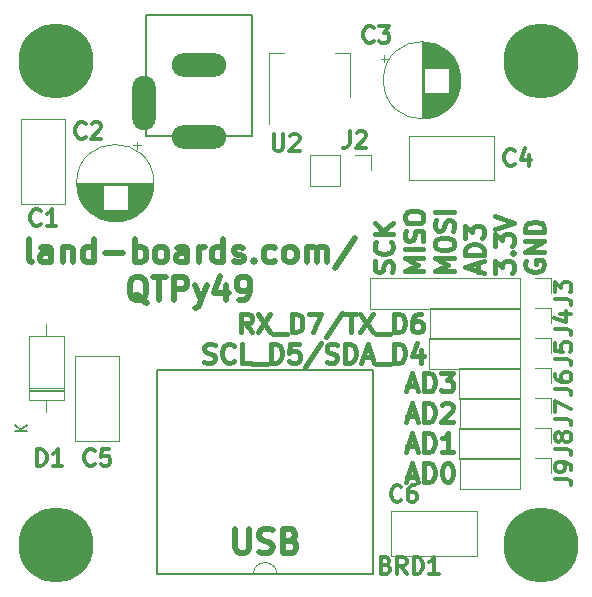
<source format=gto>
%TF.GenerationSoftware,KiCad,Pcbnew,(6.0.1)*%
%TF.CreationDate,2022-06-03T05:47:02-04:00*%
%TF.ProjectId,QTPy49,51545079-3439-42e6-9b69-6361645f7063,rev?*%
%TF.SameCoordinates,Original*%
%TF.FileFunction,Legend,Top*%
%TF.FilePolarity,Positive*%
%FSLAX46Y46*%
G04 Gerber Fmt 4.6, Leading zero omitted, Abs format (unit mm)*
G04 Created by KiCad (PCBNEW (6.0.1)) date 2022-06-03 05:47:02*
%MOMM*%
%LPD*%
G01*
G04 APERTURE LIST*
%ADD10C,0.396875*%
%ADD11C,0.500000*%
%ADD12C,0.349250*%
%ADD13C,0.150000*%
%ADD14C,0.120000*%
%ADD15C,0.200000*%
%ADD16C,6.350000*%
%ADD17O,4.600000X2.000000*%
%ADD18O,2.000000X4.600000*%
G04 APERTURE END LIST*
D10*
X33729603Y-31524253D02*
X34485555Y-31524253D01*
X33578412Y-31977824D02*
X34107579Y-30390324D01*
X34636746Y-31977824D01*
X35165912Y-31977824D02*
X35165912Y-30390324D01*
X35543889Y-30390324D01*
X35770674Y-30465920D01*
X35921865Y-30617110D01*
X35997460Y-30768300D01*
X36073055Y-31070681D01*
X36073055Y-31297467D01*
X35997460Y-31599848D01*
X35921865Y-31751039D01*
X35770674Y-31902229D01*
X35543889Y-31977824D01*
X35165912Y-31977824D01*
X36602222Y-30390324D02*
X37584960Y-30390324D01*
X37055793Y-30995086D01*
X37282579Y-30995086D01*
X37433770Y-31070681D01*
X37509365Y-31146277D01*
X37584960Y-31297467D01*
X37584960Y-31675443D01*
X37509365Y-31826634D01*
X37433770Y-31902229D01*
X37282579Y-31977824D01*
X36829008Y-31977824D01*
X36677817Y-31902229D01*
X36602222Y-31826634D01*
X33729603Y-34080128D02*
X34485555Y-34080128D01*
X33578412Y-34533699D02*
X34107579Y-32946199D01*
X34636746Y-34533699D01*
X35165912Y-34533699D02*
X35165912Y-32946199D01*
X35543889Y-32946199D01*
X35770674Y-33021795D01*
X35921865Y-33172985D01*
X35997460Y-33324175D01*
X36073055Y-33626556D01*
X36073055Y-33853342D01*
X35997460Y-34155723D01*
X35921865Y-34306914D01*
X35770674Y-34458104D01*
X35543889Y-34533699D01*
X35165912Y-34533699D01*
X36677817Y-33097390D02*
X36753412Y-33021795D01*
X36904603Y-32946199D01*
X37282579Y-32946199D01*
X37433770Y-33021795D01*
X37509365Y-33097390D01*
X37584960Y-33248580D01*
X37584960Y-33399771D01*
X37509365Y-33626556D01*
X36602222Y-34533699D01*
X37584960Y-34533699D01*
X33729603Y-36636003D02*
X34485555Y-36636003D01*
X33578412Y-37089574D02*
X34107579Y-35502074D01*
X34636746Y-37089574D01*
X35165912Y-37089574D02*
X35165912Y-35502074D01*
X35543889Y-35502074D01*
X35770674Y-35577670D01*
X35921865Y-35728860D01*
X35997460Y-35880050D01*
X36073055Y-36182431D01*
X36073055Y-36409217D01*
X35997460Y-36711598D01*
X35921865Y-36862789D01*
X35770674Y-37013979D01*
X35543889Y-37089574D01*
X35165912Y-37089574D01*
X37584960Y-37089574D02*
X36677817Y-37089574D01*
X37131389Y-37089574D02*
X37131389Y-35502074D01*
X36980198Y-35728860D01*
X36829008Y-35880050D01*
X36677817Y-35955646D01*
X33729603Y-39191878D02*
X34485555Y-39191878D01*
X33578412Y-39645449D02*
X34107579Y-38057949D01*
X34636746Y-39645449D01*
X35165912Y-39645449D02*
X35165912Y-38057949D01*
X35543889Y-38057949D01*
X35770674Y-38133545D01*
X35921865Y-38284735D01*
X35997460Y-38435925D01*
X36073055Y-38738306D01*
X36073055Y-38965092D01*
X35997460Y-39267473D01*
X35921865Y-39418664D01*
X35770674Y-39569854D01*
X35543889Y-39645449D01*
X35165912Y-39645449D01*
X37055793Y-38057949D02*
X37206984Y-38057949D01*
X37358174Y-38133545D01*
X37433770Y-38209140D01*
X37509365Y-38360330D01*
X37584960Y-38662711D01*
X37584960Y-39040687D01*
X37509365Y-39343068D01*
X37433770Y-39494259D01*
X37358174Y-39569854D01*
X37206984Y-39645449D01*
X37055793Y-39645449D01*
X36904603Y-39569854D01*
X36829008Y-39494259D01*
X36753412Y-39343068D01*
X36677817Y-39040687D01*
X36677817Y-38662711D01*
X36753412Y-38360330D01*
X36829008Y-38209140D01*
X36904603Y-38133545D01*
X37055793Y-38057949D01*
D11*
X1956329Y-21053243D02*
X1765853Y-20958005D01*
X1670615Y-20767529D01*
X1670615Y-19053243D01*
X3575377Y-21053243D02*
X3575377Y-20005624D01*
X3480139Y-19815148D01*
X3289662Y-19719910D01*
X2908710Y-19719910D01*
X2718234Y-19815148D01*
X3575377Y-20958005D02*
X3384901Y-21053243D01*
X2908710Y-21053243D01*
X2718234Y-20958005D01*
X2622996Y-20767529D01*
X2622996Y-20577053D01*
X2718234Y-20386577D01*
X2908710Y-20291339D01*
X3384901Y-20291339D01*
X3575377Y-20196101D01*
X4527758Y-19719910D02*
X4527758Y-21053243D01*
X4527758Y-19910386D02*
X4622996Y-19815148D01*
X4813472Y-19719910D01*
X5099186Y-19719910D01*
X5289662Y-19815148D01*
X5384901Y-20005624D01*
X5384901Y-21053243D01*
X7194424Y-21053243D02*
X7194424Y-19053243D01*
X7194424Y-20958005D02*
X7003948Y-21053243D01*
X6622996Y-21053243D01*
X6432520Y-20958005D01*
X6337281Y-20862767D01*
X6242043Y-20672291D01*
X6242043Y-20100862D01*
X6337281Y-19910386D01*
X6432520Y-19815148D01*
X6622996Y-19719910D01*
X7003948Y-19719910D01*
X7194424Y-19815148D01*
X8146805Y-20291339D02*
X9670615Y-20291339D01*
X10622996Y-21053243D02*
X10622996Y-19053243D01*
X10622996Y-19815148D02*
X10813472Y-19719910D01*
X11194424Y-19719910D01*
X11384901Y-19815148D01*
X11480139Y-19910386D01*
X11575377Y-20100862D01*
X11575377Y-20672291D01*
X11480139Y-20862767D01*
X11384901Y-20958005D01*
X11194424Y-21053243D01*
X10813472Y-21053243D01*
X10622996Y-20958005D01*
X12718234Y-21053243D02*
X12527758Y-20958005D01*
X12432520Y-20862767D01*
X12337281Y-20672291D01*
X12337281Y-20100862D01*
X12432520Y-19910386D01*
X12527758Y-19815148D01*
X12718234Y-19719910D01*
X13003948Y-19719910D01*
X13194424Y-19815148D01*
X13289662Y-19910386D01*
X13384901Y-20100862D01*
X13384901Y-20672291D01*
X13289662Y-20862767D01*
X13194424Y-20958005D01*
X13003948Y-21053243D01*
X12718234Y-21053243D01*
X15099186Y-21053243D02*
X15099186Y-20005624D01*
X15003948Y-19815148D01*
X14813472Y-19719910D01*
X14432520Y-19719910D01*
X14242043Y-19815148D01*
X15099186Y-20958005D02*
X14908710Y-21053243D01*
X14432520Y-21053243D01*
X14242043Y-20958005D01*
X14146805Y-20767529D01*
X14146805Y-20577053D01*
X14242043Y-20386577D01*
X14432520Y-20291339D01*
X14908710Y-20291339D01*
X15099186Y-20196101D01*
X16051567Y-21053243D02*
X16051567Y-19719910D01*
X16051567Y-20100862D02*
X16146805Y-19910386D01*
X16242043Y-19815148D01*
X16432520Y-19719910D01*
X16622996Y-19719910D01*
X18146805Y-21053243D02*
X18146805Y-19053243D01*
X18146805Y-20958005D02*
X17956329Y-21053243D01*
X17575377Y-21053243D01*
X17384901Y-20958005D01*
X17289662Y-20862767D01*
X17194424Y-20672291D01*
X17194424Y-20100862D01*
X17289662Y-19910386D01*
X17384901Y-19815148D01*
X17575377Y-19719910D01*
X17956329Y-19719910D01*
X18146805Y-19815148D01*
X19003948Y-20958005D02*
X19194424Y-21053243D01*
X19575377Y-21053243D01*
X19765853Y-20958005D01*
X19861091Y-20767529D01*
X19861091Y-20672291D01*
X19765853Y-20481815D01*
X19575377Y-20386577D01*
X19289662Y-20386577D01*
X19099186Y-20291339D01*
X19003948Y-20100862D01*
X19003948Y-20005624D01*
X19099186Y-19815148D01*
X19289662Y-19719910D01*
X19575377Y-19719910D01*
X19765853Y-19815148D01*
X20718234Y-20862767D02*
X20813472Y-20958005D01*
X20718234Y-21053243D01*
X20622996Y-20958005D01*
X20718234Y-20862767D01*
X20718234Y-21053243D01*
X22527758Y-20958005D02*
X22337281Y-21053243D01*
X21956329Y-21053243D01*
X21765853Y-20958005D01*
X21670615Y-20862767D01*
X21575377Y-20672291D01*
X21575377Y-20100862D01*
X21670615Y-19910386D01*
X21765853Y-19815148D01*
X21956329Y-19719910D01*
X22337281Y-19719910D01*
X22527758Y-19815148D01*
X23670615Y-21053243D02*
X23480139Y-20958005D01*
X23384901Y-20862767D01*
X23289662Y-20672291D01*
X23289662Y-20100862D01*
X23384901Y-19910386D01*
X23480139Y-19815148D01*
X23670615Y-19719910D01*
X23956329Y-19719910D01*
X24146805Y-19815148D01*
X24242043Y-19910386D01*
X24337281Y-20100862D01*
X24337281Y-20672291D01*
X24242043Y-20862767D01*
X24146805Y-20958005D01*
X23956329Y-21053243D01*
X23670615Y-21053243D01*
X25194424Y-21053243D02*
X25194424Y-19719910D01*
X25194424Y-19910386D02*
X25289662Y-19815148D01*
X25480139Y-19719910D01*
X25765853Y-19719910D01*
X25956329Y-19815148D01*
X26051567Y-20005624D01*
X26051567Y-21053243D01*
X26051567Y-20005624D02*
X26146805Y-19815148D01*
X26337281Y-19719910D01*
X26622996Y-19719910D01*
X26813472Y-19815148D01*
X26908710Y-20005624D01*
X26908710Y-21053243D01*
X29289662Y-18958005D02*
X27575377Y-21529434D01*
X11670615Y-24463720D02*
X11480139Y-24368482D01*
X11289662Y-24178005D01*
X11003948Y-23892291D01*
X10813472Y-23797053D01*
X10622996Y-23797053D01*
X10718234Y-24273243D02*
X10527758Y-24178005D01*
X10337281Y-23987529D01*
X10242043Y-23606577D01*
X10242043Y-22939910D01*
X10337281Y-22558958D01*
X10527758Y-22368482D01*
X10718234Y-22273243D01*
X11099186Y-22273243D01*
X11289662Y-22368482D01*
X11480139Y-22558958D01*
X11575377Y-22939910D01*
X11575377Y-23606577D01*
X11480139Y-23987529D01*
X11289662Y-24178005D01*
X11099186Y-24273243D01*
X10718234Y-24273243D01*
X12146805Y-22273243D02*
X13289662Y-22273243D01*
X12718234Y-24273243D02*
X12718234Y-22273243D01*
X13956329Y-24273243D02*
X13956329Y-22273243D01*
X14718234Y-22273243D01*
X14908710Y-22368482D01*
X15003948Y-22463720D01*
X15099186Y-22654196D01*
X15099186Y-22939910D01*
X15003948Y-23130386D01*
X14908710Y-23225624D01*
X14718234Y-23320862D01*
X13956329Y-23320862D01*
X15765853Y-22939910D02*
X16242043Y-24273243D01*
X16718234Y-22939910D02*
X16242043Y-24273243D01*
X16051567Y-24749434D01*
X15956329Y-24844672D01*
X15765853Y-24939910D01*
X18337282Y-22939910D02*
X18337282Y-24273243D01*
X17861091Y-22178005D02*
X17384901Y-23606577D01*
X18622996Y-23606577D01*
X19480139Y-24273243D02*
X19861091Y-24273243D01*
X20051567Y-24178005D01*
X20146805Y-24082767D01*
X20337282Y-23797053D01*
X20432520Y-23416101D01*
X20432520Y-22654196D01*
X20337282Y-22463720D01*
X20242043Y-22368482D01*
X20051567Y-22273243D01*
X19670615Y-22273243D01*
X19480139Y-22368482D01*
X19384901Y-22463720D01*
X19289662Y-22654196D01*
X19289662Y-23130386D01*
X19384901Y-23320862D01*
X19480139Y-23416101D01*
X19670615Y-23511339D01*
X20051567Y-23511339D01*
X20242043Y-23416101D01*
X20337282Y-23320862D01*
X20432520Y-23130386D01*
D10*
X32450154Y-21833132D02*
X32525749Y-21606346D01*
X32525749Y-21228370D01*
X32450154Y-21077179D01*
X32374559Y-21001584D01*
X32223368Y-20925989D01*
X32072178Y-20925989D01*
X31920987Y-21001584D01*
X31845392Y-21077179D01*
X31769797Y-21228370D01*
X31694202Y-21530751D01*
X31618606Y-21681941D01*
X31543011Y-21757537D01*
X31391821Y-21833132D01*
X31240630Y-21833132D01*
X31089440Y-21757537D01*
X31013845Y-21681941D01*
X30938249Y-21530751D01*
X30938249Y-21152775D01*
X31013845Y-20925989D01*
X32374559Y-19338489D02*
X32450154Y-19414084D01*
X32525749Y-19640870D01*
X32525749Y-19792060D01*
X32450154Y-20018846D01*
X32298964Y-20170037D01*
X32147773Y-20245632D01*
X31845392Y-20321227D01*
X31618606Y-20321227D01*
X31316225Y-20245632D01*
X31165035Y-20170037D01*
X31013845Y-20018846D01*
X30938249Y-19792060D01*
X30938249Y-19640870D01*
X31013845Y-19414084D01*
X31089440Y-19338489D01*
X32525749Y-18658132D02*
X30938249Y-18658132D01*
X32525749Y-17750989D02*
X31618606Y-18431346D01*
X30938249Y-17750989D02*
X31845392Y-18658132D01*
X35081624Y-21757537D02*
X33494124Y-21757537D01*
X34628053Y-21228370D01*
X33494124Y-20699203D01*
X35081624Y-20699203D01*
X35081624Y-19943251D02*
X33494124Y-19943251D01*
X35006029Y-19262894D02*
X35081624Y-19036108D01*
X35081624Y-18658132D01*
X35006029Y-18506941D01*
X34930434Y-18431346D01*
X34779243Y-18355751D01*
X34628053Y-18355751D01*
X34476862Y-18431346D01*
X34401267Y-18506941D01*
X34325672Y-18658132D01*
X34250077Y-18960513D01*
X34174481Y-19111703D01*
X34098886Y-19187298D01*
X33947696Y-19262894D01*
X33796505Y-19262894D01*
X33645315Y-19187298D01*
X33569720Y-19111703D01*
X33494124Y-18960513D01*
X33494124Y-18582537D01*
X33569720Y-18355751D01*
X33494124Y-17373013D02*
X33494124Y-17070632D01*
X33569720Y-16919441D01*
X33720910Y-16768251D01*
X34023291Y-16692656D01*
X34552458Y-16692656D01*
X34854839Y-16768251D01*
X35006029Y-16919441D01*
X35081624Y-17070632D01*
X35081624Y-17373013D01*
X35006029Y-17524203D01*
X34854839Y-17675394D01*
X34552458Y-17750989D01*
X34023291Y-17750989D01*
X33720910Y-17675394D01*
X33569720Y-17524203D01*
X33494124Y-17373013D01*
X37637499Y-21757537D02*
X36049999Y-21757537D01*
X37183928Y-21228370D01*
X36049999Y-20699203D01*
X37637499Y-20699203D01*
X36049999Y-19640870D02*
X36049999Y-19338489D01*
X36125595Y-19187298D01*
X36276785Y-19036108D01*
X36579166Y-18960513D01*
X37108333Y-18960513D01*
X37410714Y-19036108D01*
X37561904Y-19187298D01*
X37637499Y-19338489D01*
X37637499Y-19640870D01*
X37561904Y-19792060D01*
X37410714Y-19943251D01*
X37108333Y-20018846D01*
X36579166Y-20018846D01*
X36276785Y-19943251D01*
X36125595Y-19792060D01*
X36049999Y-19640870D01*
X37561904Y-18355751D02*
X37637499Y-18128965D01*
X37637499Y-17750989D01*
X37561904Y-17599798D01*
X37486309Y-17524203D01*
X37335118Y-17448608D01*
X37183928Y-17448608D01*
X37032737Y-17524203D01*
X36957142Y-17599798D01*
X36881547Y-17750989D01*
X36805952Y-18053370D01*
X36730356Y-18204560D01*
X36654761Y-18280156D01*
X36503571Y-18355751D01*
X36352380Y-18355751D01*
X36201190Y-18280156D01*
X36125595Y-18204560D01*
X36049999Y-18053370D01*
X36049999Y-17675394D01*
X36125595Y-17448608D01*
X37637499Y-16768251D02*
X36049999Y-16768251D01*
X39739803Y-21833132D02*
X39739803Y-21077179D01*
X40193374Y-21984322D02*
X38605874Y-21455156D01*
X40193374Y-20925989D01*
X40193374Y-20396822D02*
X38605874Y-20396822D01*
X38605874Y-20018846D01*
X38681470Y-19792060D01*
X38832660Y-19640870D01*
X38983850Y-19565275D01*
X39286231Y-19489679D01*
X39513017Y-19489679D01*
X39815398Y-19565275D01*
X39966589Y-19640870D01*
X40117779Y-19792060D01*
X40193374Y-20018846D01*
X40193374Y-20396822D01*
X38605874Y-18960513D02*
X38605874Y-17977775D01*
X39210636Y-18506941D01*
X39210636Y-18280156D01*
X39286231Y-18128965D01*
X39361827Y-18053370D01*
X39513017Y-17977775D01*
X39890993Y-17977775D01*
X40042184Y-18053370D01*
X40117779Y-18128965D01*
X40193374Y-18280156D01*
X40193374Y-18733727D01*
X40117779Y-18884918D01*
X40042184Y-18960513D01*
X41161749Y-21908727D02*
X41161749Y-20925989D01*
X41766511Y-21455156D01*
X41766511Y-21228370D01*
X41842106Y-21077179D01*
X41917702Y-21001584D01*
X42068892Y-20925989D01*
X42446868Y-20925989D01*
X42598059Y-21001584D01*
X42673654Y-21077179D01*
X42749249Y-21228370D01*
X42749249Y-21681941D01*
X42673654Y-21833132D01*
X42598059Y-21908727D01*
X42598059Y-20245632D02*
X42673654Y-20170037D01*
X42749249Y-20245632D01*
X42673654Y-20321227D01*
X42598059Y-20245632D01*
X42749249Y-20245632D01*
X41161749Y-19640870D02*
X41161749Y-18658132D01*
X41766511Y-19187298D01*
X41766511Y-18960513D01*
X41842106Y-18809322D01*
X41917702Y-18733727D01*
X42068892Y-18658132D01*
X42446868Y-18658132D01*
X42598059Y-18733727D01*
X42673654Y-18809322D01*
X42749249Y-18960513D01*
X42749249Y-19414084D01*
X42673654Y-19565275D01*
X42598059Y-19640870D01*
X41161749Y-18204560D02*
X42749249Y-17675394D01*
X41161749Y-17146227D01*
X43793220Y-20925989D02*
X43717624Y-21077179D01*
X43717624Y-21303965D01*
X43793220Y-21530751D01*
X43944410Y-21681941D01*
X44095600Y-21757537D01*
X44397981Y-21833132D01*
X44624767Y-21833132D01*
X44927148Y-21757537D01*
X45078339Y-21681941D01*
X45229529Y-21530751D01*
X45305124Y-21303965D01*
X45305124Y-21152775D01*
X45229529Y-20925989D01*
X45153934Y-20850394D01*
X44624767Y-20850394D01*
X44624767Y-21152775D01*
X45305124Y-20170037D02*
X43717624Y-20170037D01*
X45305124Y-19262894D01*
X43717624Y-19262894D01*
X45305124Y-18506941D02*
X43717624Y-18506941D01*
X43717624Y-18128965D01*
X43793220Y-17902179D01*
X43944410Y-17750989D01*
X44095600Y-17675394D01*
X44397981Y-17599798D01*
X44624767Y-17599798D01*
X44927148Y-17675394D01*
X45078339Y-17750989D01*
X45229529Y-17902179D01*
X45305124Y-18128965D01*
X45305124Y-18506941D01*
D11*
X19163472Y-43650243D02*
X19163472Y-45269291D01*
X19258710Y-45459767D01*
X19353948Y-45555005D01*
X19544424Y-45650243D01*
X19925377Y-45650243D01*
X20115853Y-45555005D01*
X20211091Y-45459767D01*
X20306329Y-45269291D01*
X20306329Y-43650243D01*
X21163472Y-45555005D02*
X21449186Y-45650243D01*
X21925377Y-45650243D01*
X22115853Y-45555005D01*
X22211091Y-45459767D01*
X22306329Y-45269291D01*
X22306329Y-45078815D01*
X22211091Y-44888339D01*
X22115853Y-44793101D01*
X21925377Y-44697862D01*
X21544424Y-44602624D01*
X21353948Y-44507386D01*
X21258710Y-44412148D01*
X21163472Y-44221672D01*
X21163472Y-44031196D01*
X21258710Y-43840720D01*
X21353948Y-43745482D01*
X21544424Y-43650243D01*
X22020615Y-43650243D01*
X22306329Y-43745482D01*
X23830139Y-44602624D02*
X24115853Y-44697862D01*
X24211091Y-44793101D01*
X24306329Y-44983577D01*
X24306329Y-45269291D01*
X24211091Y-45459767D01*
X24115853Y-45555005D01*
X23925377Y-45650243D01*
X23163472Y-45650243D01*
X23163472Y-43650243D01*
X23830139Y-43650243D01*
X24020615Y-43745482D01*
X24115853Y-43840720D01*
X24211091Y-44031196D01*
X24211091Y-44221672D01*
X24115853Y-44412148D01*
X24020615Y-44507386D01*
X23830139Y-44602624D01*
X23163472Y-44602624D01*
D10*
X20522646Y-26973699D02*
X19993479Y-26217747D01*
X19615503Y-26973699D02*
X19615503Y-25386199D01*
X20220265Y-25386199D01*
X20371456Y-25461795D01*
X20447051Y-25537390D01*
X20522646Y-25688580D01*
X20522646Y-25915366D01*
X20447051Y-26066556D01*
X20371456Y-26142152D01*
X20220265Y-26217747D01*
X19615503Y-26217747D01*
X21051813Y-25386199D02*
X22110146Y-26973699D01*
X22110146Y-25386199D02*
X21051813Y-26973699D01*
X22336932Y-27124890D02*
X23546456Y-27124890D01*
X23924432Y-26973699D02*
X23924432Y-25386199D01*
X24302408Y-25386199D01*
X24529194Y-25461795D01*
X24680384Y-25612985D01*
X24755979Y-25764175D01*
X24831575Y-26066556D01*
X24831575Y-26293342D01*
X24755979Y-26595723D01*
X24680384Y-26746914D01*
X24529194Y-26898104D01*
X24302408Y-26973699D01*
X23924432Y-26973699D01*
X25360741Y-25386199D02*
X26419075Y-25386199D01*
X25738718Y-26973699D01*
X28157765Y-25310604D02*
X26797051Y-27351675D01*
X28460146Y-25386199D02*
X29367289Y-25386199D01*
X28913718Y-26973699D02*
X28913718Y-25386199D01*
X29745265Y-25386199D02*
X30803598Y-26973699D01*
X30803598Y-25386199D02*
X29745265Y-26973699D01*
X31030384Y-27124890D02*
X32239908Y-27124890D01*
X32617884Y-26973699D02*
X32617884Y-25386199D01*
X32995860Y-25386199D01*
X33222646Y-25461795D01*
X33373837Y-25612985D01*
X33449432Y-25764175D01*
X33525027Y-26066556D01*
X33525027Y-26293342D01*
X33449432Y-26595723D01*
X33373837Y-26746914D01*
X33222646Y-26898104D01*
X32995860Y-26973699D01*
X32617884Y-26973699D01*
X34885741Y-25386199D02*
X34583360Y-25386199D01*
X34432170Y-25461795D01*
X34356575Y-25537390D01*
X34205384Y-25764175D01*
X34129789Y-26066556D01*
X34129789Y-26671318D01*
X34205384Y-26822509D01*
X34280979Y-26898104D01*
X34432170Y-26973699D01*
X34734551Y-26973699D01*
X34885741Y-26898104D01*
X34961337Y-26822509D01*
X35036932Y-26671318D01*
X35036932Y-26293342D01*
X34961337Y-26142152D01*
X34885741Y-26066556D01*
X34734551Y-25990961D01*
X34432170Y-25990961D01*
X34280979Y-26066556D01*
X34205384Y-26142152D01*
X34129789Y-26293342D01*
X16516098Y-29453979D02*
X16742884Y-29529574D01*
X17120860Y-29529574D01*
X17272051Y-29453979D01*
X17347646Y-29378384D01*
X17423241Y-29227193D01*
X17423241Y-29076003D01*
X17347646Y-28924812D01*
X17272051Y-28849217D01*
X17120860Y-28773622D01*
X16818479Y-28698027D01*
X16667289Y-28622431D01*
X16591694Y-28546836D01*
X16516098Y-28395646D01*
X16516098Y-28244455D01*
X16591694Y-28093265D01*
X16667289Y-28017670D01*
X16818479Y-27942074D01*
X17196456Y-27942074D01*
X17423241Y-28017670D01*
X19010741Y-29378384D02*
X18935146Y-29453979D01*
X18708360Y-29529574D01*
X18557170Y-29529574D01*
X18330384Y-29453979D01*
X18179194Y-29302789D01*
X18103598Y-29151598D01*
X18028003Y-28849217D01*
X18028003Y-28622431D01*
X18103598Y-28320050D01*
X18179194Y-28168860D01*
X18330384Y-28017670D01*
X18557170Y-27942074D01*
X18708360Y-27942074D01*
X18935146Y-28017670D01*
X19010741Y-28093265D01*
X20447051Y-29529574D02*
X19691098Y-29529574D01*
X19691098Y-27942074D01*
X20598241Y-29680765D02*
X21807765Y-29680765D01*
X22185741Y-29529574D02*
X22185741Y-27942074D01*
X22563718Y-27942074D01*
X22790503Y-28017670D01*
X22941694Y-28168860D01*
X23017289Y-28320050D01*
X23092884Y-28622431D01*
X23092884Y-28849217D01*
X23017289Y-29151598D01*
X22941694Y-29302789D01*
X22790503Y-29453979D01*
X22563718Y-29529574D01*
X22185741Y-29529574D01*
X24529194Y-27942074D02*
X23773241Y-27942074D01*
X23697646Y-28698027D01*
X23773241Y-28622431D01*
X23924432Y-28546836D01*
X24302408Y-28546836D01*
X24453598Y-28622431D01*
X24529194Y-28698027D01*
X24604789Y-28849217D01*
X24604789Y-29227193D01*
X24529194Y-29378384D01*
X24453598Y-29453979D01*
X24302408Y-29529574D01*
X23924432Y-29529574D01*
X23773241Y-29453979D01*
X23697646Y-29378384D01*
X26419075Y-27866479D02*
X25058360Y-29907550D01*
X26872646Y-29453979D02*
X27099432Y-29529574D01*
X27477408Y-29529574D01*
X27628598Y-29453979D01*
X27704194Y-29378384D01*
X27779789Y-29227193D01*
X27779789Y-29076003D01*
X27704194Y-28924812D01*
X27628598Y-28849217D01*
X27477408Y-28773622D01*
X27175027Y-28698027D01*
X27023837Y-28622431D01*
X26948241Y-28546836D01*
X26872646Y-28395646D01*
X26872646Y-28244455D01*
X26948241Y-28093265D01*
X27023837Y-28017670D01*
X27175027Y-27942074D01*
X27553003Y-27942074D01*
X27779789Y-28017670D01*
X28460146Y-29529574D02*
X28460146Y-27942074D01*
X28838122Y-27942074D01*
X29064908Y-28017670D01*
X29216098Y-28168860D01*
X29291694Y-28320050D01*
X29367289Y-28622431D01*
X29367289Y-28849217D01*
X29291694Y-29151598D01*
X29216098Y-29302789D01*
X29064908Y-29453979D01*
X28838122Y-29529574D01*
X28460146Y-29529574D01*
X29972051Y-29076003D02*
X30728003Y-29076003D01*
X29820860Y-29529574D02*
X30350027Y-27942074D01*
X30879194Y-29529574D01*
X31030384Y-29680765D02*
X32239908Y-29680765D01*
X32617884Y-29529574D02*
X32617884Y-27942074D01*
X32995860Y-27942074D01*
X33222646Y-28017670D01*
X33373837Y-28168860D01*
X33449432Y-28320050D01*
X33525027Y-28622431D01*
X33525027Y-28849217D01*
X33449432Y-29151598D01*
X33373837Y-29302789D01*
X33222646Y-29453979D01*
X32995860Y-29529574D01*
X32617884Y-29529574D01*
X34885741Y-28471241D02*
X34885741Y-29529574D01*
X34507765Y-27866479D02*
X34129789Y-29000408D01*
X35112527Y-29000408D01*
D12*
%TO.C,U2*%
X22400901Y-10198458D02*
X22400901Y-11329362D01*
X22467424Y-11462410D01*
X22533948Y-11528934D01*
X22666996Y-11595458D01*
X22933091Y-11595458D01*
X23066139Y-11528934D01*
X23132662Y-11462410D01*
X23199186Y-11329362D01*
X23199186Y-10198458D01*
X23797901Y-10331505D02*
X23864424Y-10264982D01*
X23997472Y-10198458D01*
X24330091Y-10198458D01*
X24463139Y-10264982D01*
X24529662Y-10331505D01*
X24596186Y-10464553D01*
X24596186Y-10597601D01*
X24529662Y-10797172D01*
X23731377Y-11595458D01*
X24596186Y-11595458D01*
%TO.C,J7*%
X46209576Y-34289148D02*
X47207433Y-34289148D01*
X47407004Y-34355672D01*
X47540052Y-34488720D01*
X47606576Y-34688291D01*
X47606576Y-34821339D01*
X46209576Y-33756958D02*
X46209576Y-32825624D01*
X47606576Y-33424339D01*
%TO.C,J9*%
X46209576Y-39369148D02*
X47207433Y-39369148D01*
X47407004Y-39435672D01*
X47540052Y-39568720D01*
X47606576Y-39768291D01*
X47606576Y-39901339D01*
X47606576Y-38637386D02*
X47606576Y-38371291D01*
X47540052Y-38238243D01*
X47473528Y-38171720D01*
X47273957Y-38038672D01*
X47007861Y-37972148D01*
X46475671Y-37972148D01*
X46342623Y-38038672D01*
X46276100Y-38105196D01*
X46209576Y-38238243D01*
X46209576Y-38504339D01*
X46276100Y-38637386D01*
X46342623Y-38703910D01*
X46475671Y-38770434D01*
X46808290Y-38770434D01*
X46941338Y-38703910D01*
X47007861Y-38637386D01*
X47074385Y-38504339D01*
X47074385Y-38238243D01*
X47007861Y-38105196D01*
X46941338Y-38038672D01*
X46808290Y-37972148D01*
%TO.C,J8*%
X46209576Y-36829148D02*
X47207433Y-36829148D01*
X47407004Y-36895672D01*
X47540052Y-37028720D01*
X47606576Y-37228291D01*
X47606576Y-37361339D01*
X46808290Y-35964339D02*
X46741766Y-36097386D01*
X46675242Y-36163910D01*
X46542195Y-36230434D01*
X46475671Y-36230434D01*
X46342623Y-36163910D01*
X46276100Y-36097386D01*
X46209576Y-35964339D01*
X46209576Y-35698243D01*
X46276100Y-35565196D01*
X46342623Y-35498672D01*
X46475671Y-35432148D01*
X46542195Y-35432148D01*
X46675242Y-35498672D01*
X46741766Y-35565196D01*
X46808290Y-35698243D01*
X46808290Y-35964339D01*
X46874814Y-36097386D01*
X46941338Y-36163910D01*
X47074385Y-36230434D01*
X47340480Y-36230434D01*
X47473528Y-36163910D01*
X47540052Y-36097386D01*
X47606576Y-35964339D01*
X47606576Y-35698243D01*
X47540052Y-35565196D01*
X47473528Y-35498672D01*
X47340480Y-35432148D01*
X47074385Y-35432148D01*
X46941338Y-35498672D01*
X46874814Y-35565196D01*
X46808290Y-35698243D01*
%TO.C,C5*%
X7230448Y-38132410D02*
X7163924Y-38198934D01*
X6964353Y-38265458D01*
X6831305Y-38265458D01*
X6631734Y-38198934D01*
X6498686Y-38065886D01*
X6432162Y-37932839D01*
X6365639Y-37666743D01*
X6365639Y-37467172D01*
X6432162Y-37201077D01*
X6498686Y-37068029D01*
X6631734Y-36934982D01*
X6831305Y-36868458D01*
X6964353Y-36868458D01*
X7163924Y-36934982D01*
X7230448Y-37001505D01*
X8494401Y-36868458D02*
X7829162Y-36868458D01*
X7762639Y-37533696D01*
X7829162Y-37467172D01*
X7962210Y-37400648D01*
X8294829Y-37400648D01*
X8427877Y-37467172D01*
X8494401Y-37533696D01*
X8560924Y-37666743D01*
X8560924Y-37999362D01*
X8494401Y-38132410D01*
X8427877Y-38198934D01*
X8294829Y-38265458D01*
X7962210Y-38265458D01*
X7829162Y-38198934D01*
X7762639Y-38132410D01*
%TO.C,C2*%
X6468448Y-10446410D02*
X6401924Y-10512934D01*
X6202353Y-10579458D01*
X6069305Y-10579458D01*
X5869734Y-10512934D01*
X5736686Y-10379886D01*
X5670162Y-10246839D01*
X5603639Y-9980743D01*
X5603639Y-9781172D01*
X5670162Y-9515077D01*
X5736686Y-9382029D01*
X5869734Y-9248982D01*
X6069305Y-9182458D01*
X6202353Y-9182458D01*
X6401924Y-9248982D01*
X6468448Y-9315505D01*
X7000639Y-9315505D02*
X7067162Y-9248982D01*
X7200210Y-9182458D01*
X7532829Y-9182458D01*
X7665877Y-9248982D01*
X7732401Y-9315505D01*
X7798924Y-9448553D01*
X7798924Y-9581601D01*
X7732401Y-9781172D01*
X6934115Y-10579458D01*
X7798924Y-10579458D01*
%TO.C,C3*%
X30852448Y-2318410D02*
X30785924Y-2384934D01*
X30586353Y-2451458D01*
X30453305Y-2451458D01*
X30253734Y-2384934D01*
X30120686Y-2251886D01*
X30054162Y-2118839D01*
X29987639Y-1852743D01*
X29987639Y-1653172D01*
X30054162Y-1387077D01*
X30120686Y-1254029D01*
X30253734Y-1120982D01*
X30453305Y-1054458D01*
X30586353Y-1054458D01*
X30785924Y-1120982D01*
X30852448Y-1187505D01*
X31318115Y-1054458D02*
X32182924Y-1054458D01*
X31717258Y-1586648D01*
X31916829Y-1586648D01*
X32049877Y-1653172D01*
X32116401Y-1719696D01*
X32182924Y-1852743D01*
X32182924Y-2185362D01*
X32116401Y-2318410D01*
X32049877Y-2384934D01*
X31916829Y-2451458D01*
X31517686Y-2451458D01*
X31384639Y-2384934D01*
X31318115Y-2318410D01*
%TO.C,J3*%
X46209576Y-24129148D02*
X47207433Y-24129148D01*
X47407004Y-24195672D01*
X47540052Y-24328720D01*
X47606576Y-24528291D01*
X47606576Y-24661339D01*
X46209576Y-23596958D02*
X46209576Y-22732148D01*
X46741766Y-23197815D01*
X46741766Y-22998243D01*
X46808290Y-22865196D01*
X46874814Y-22798672D01*
X47007861Y-22732148D01*
X47340480Y-22732148D01*
X47473528Y-22798672D01*
X47540052Y-22865196D01*
X47606576Y-22998243D01*
X47606576Y-23397386D01*
X47540052Y-23530434D01*
X47473528Y-23596958D01*
%TO.C,C1*%
X2658448Y-17812410D02*
X2591924Y-17878934D01*
X2392353Y-17945458D01*
X2259305Y-17945458D01*
X2059734Y-17878934D01*
X1926686Y-17745886D01*
X1860162Y-17612839D01*
X1793639Y-17346743D01*
X1793639Y-17147172D01*
X1860162Y-16881077D01*
X1926686Y-16748029D01*
X2059734Y-16614982D01*
X2259305Y-16548458D01*
X2392353Y-16548458D01*
X2591924Y-16614982D01*
X2658448Y-16681505D01*
X3988924Y-17945458D02*
X3190639Y-17945458D01*
X3589782Y-17945458D02*
X3589782Y-16548458D01*
X3456734Y-16748029D01*
X3323686Y-16881077D01*
X3190639Y-16947601D01*
%TO.C,J6*%
X46209576Y-31749148D02*
X47207433Y-31749148D01*
X47407004Y-31815672D01*
X47540052Y-31948720D01*
X47606576Y-32148291D01*
X47606576Y-32281339D01*
X46209576Y-30485196D02*
X46209576Y-30751291D01*
X46276100Y-30884339D01*
X46342623Y-30950862D01*
X46542195Y-31083910D01*
X46808290Y-31150434D01*
X47340480Y-31150434D01*
X47473528Y-31083910D01*
X47540052Y-31017386D01*
X47606576Y-30884339D01*
X47606576Y-30618243D01*
X47540052Y-30485196D01*
X47473528Y-30418672D01*
X47340480Y-30352148D01*
X47007861Y-30352148D01*
X46874814Y-30418672D01*
X46808290Y-30485196D01*
X46741766Y-30618243D01*
X46741766Y-30884339D01*
X46808290Y-31017386D01*
X46874814Y-31083910D01*
X47007861Y-31150434D01*
%TO.C,J5*%
X46209576Y-29209148D02*
X47207433Y-29209148D01*
X47407004Y-29275672D01*
X47540052Y-29408720D01*
X47606576Y-29608291D01*
X47606576Y-29741339D01*
X46209576Y-27878672D02*
X46209576Y-28543910D01*
X46874814Y-28610434D01*
X46808290Y-28543910D01*
X46741766Y-28410862D01*
X46741766Y-28078243D01*
X46808290Y-27945196D01*
X46874814Y-27878672D01*
X47007861Y-27812148D01*
X47340480Y-27812148D01*
X47473528Y-27878672D01*
X47540052Y-27945196D01*
X47606576Y-28078243D01*
X47606576Y-28410862D01*
X47540052Y-28543910D01*
X47473528Y-28610434D01*
%TO.C,J2*%
X28841615Y-9944458D02*
X28841615Y-10942315D01*
X28775091Y-11141886D01*
X28642043Y-11274934D01*
X28442472Y-11341458D01*
X28309424Y-11341458D01*
X29440329Y-10077505D02*
X29506853Y-10010982D01*
X29639901Y-9944458D01*
X29972520Y-9944458D01*
X30105567Y-10010982D01*
X30172091Y-10077505D01*
X30238615Y-10210553D01*
X30238615Y-10343601D01*
X30172091Y-10543172D01*
X29373805Y-11341458D01*
X30238615Y-11341458D01*
%TO.C,C6*%
X33201766Y-41196928D02*
X33135242Y-41263452D01*
X32935671Y-41329976D01*
X32802623Y-41329976D01*
X32603052Y-41263452D01*
X32470004Y-41130404D01*
X32403480Y-40997357D01*
X32336957Y-40731261D01*
X32336957Y-40531690D01*
X32403480Y-40265595D01*
X32470004Y-40132547D01*
X32603052Y-39999500D01*
X32802623Y-39932976D01*
X32935671Y-39932976D01*
X33135242Y-39999500D01*
X33201766Y-40066023D01*
X34399195Y-39932976D02*
X34133100Y-39932976D01*
X34000052Y-39999500D01*
X33933528Y-40066023D01*
X33800480Y-40265595D01*
X33733957Y-40531690D01*
X33733957Y-41063880D01*
X33800480Y-41196928D01*
X33867004Y-41263452D01*
X34000052Y-41329976D01*
X34266147Y-41329976D01*
X34399195Y-41263452D01*
X34465719Y-41196928D01*
X34532242Y-41063880D01*
X34532242Y-40731261D01*
X34465719Y-40598214D01*
X34399195Y-40531690D01*
X34266147Y-40465166D01*
X34000052Y-40465166D01*
X33867004Y-40531690D01*
X33800480Y-40598214D01*
X33733957Y-40731261D01*
%TO.C,BRD1*%
X31916829Y-46677696D02*
X32116401Y-46744220D01*
X32182924Y-46810743D01*
X32249448Y-46943791D01*
X32249448Y-47143362D01*
X32182924Y-47276410D01*
X32116401Y-47342934D01*
X31983353Y-47409458D01*
X31451162Y-47409458D01*
X31451162Y-46012458D01*
X31916829Y-46012458D01*
X32049877Y-46078982D01*
X32116401Y-46145505D01*
X32182924Y-46278553D01*
X32182924Y-46411601D01*
X32116401Y-46544648D01*
X32049877Y-46611172D01*
X31916829Y-46677696D01*
X31451162Y-46677696D01*
X33646448Y-47409458D02*
X33180782Y-46744220D01*
X32848162Y-47409458D02*
X32848162Y-46012458D01*
X33380353Y-46012458D01*
X33513401Y-46078982D01*
X33579924Y-46145505D01*
X33646448Y-46278553D01*
X33646448Y-46478124D01*
X33579924Y-46611172D01*
X33513401Y-46677696D01*
X33380353Y-46744220D01*
X32848162Y-46744220D01*
X34245162Y-47409458D02*
X34245162Y-46012458D01*
X34577782Y-46012458D01*
X34777353Y-46078982D01*
X34910401Y-46212029D01*
X34976924Y-46345077D01*
X35043448Y-46611172D01*
X35043448Y-46810743D01*
X34976924Y-47076839D01*
X34910401Y-47209886D01*
X34777353Y-47342934D01*
X34577782Y-47409458D01*
X34245162Y-47409458D01*
X36373924Y-47409458D02*
X35575639Y-47409458D01*
X35974782Y-47409458D02*
X35974782Y-46012458D01*
X35841734Y-46212029D01*
X35708686Y-46345077D01*
X35575639Y-46411601D01*
%TO.C,C4*%
X42790448Y-12732410D02*
X42723924Y-12798934D01*
X42524353Y-12865458D01*
X42391305Y-12865458D01*
X42191734Y-12798934D01*
X42058686Y-12665886D01*
X41992162Y-12532839D01*
X41925639Y-12266743D01*
X41925639Y-12067172D01*
X41992162Y-11801077D01*
X42058686Y-11668029D01*
X42191734Y-11534982D01*
X42391305Y-11468458D01*
X42524353Y-11468458D01*
X42723924Y-11534982D01*
X42790448Y-11601505D01*
X43987877Y-11934124D02*
X43987877Y-12865458D01*
X43655258Y-11401934D02*
X43322639Y-12399791D01*
X44187448Y-12399791D01*
%TO.C,J4*%
X46209576Y-26669148D02*
X47207433Y-26669148D01*
X47407004Y-26735672D01*
X47540052Y-26868720D01*
X47606576Y-27068291D01*
X47606576Y-27201339D01*
X46675242Y-25405196D02*
X47606576Y-25405196D01*
X46143052Y-25737815D02*
X47140909Y-26070434D01*
X47140909Y-25205624D01*
%TO.C,D1*%
X2368162Y-38265458D02*
X2368162Y-36868458D01*
X2700782Y-36868458D01*
X2900353Y-36934982D01*
X3033401Y-37068029D01*
X3099924Y-37201077D01*
X3166448Y-37467172D01*
X3166448Y-37666743D01*
X3099924Y-37932839D01*
X3033401Y-38065886D01*
X2900353Y-38198934D01*
X2700782Y-38265458D01*
X2368162Y-38265458D01*
X4496924Y-38265458D02*
X3698639Y-38265458D01*
X4097782Y-38265458D02*
X4097782Y-36868458D01*
X3964734Y-37068029D01*
X3831686Y-37201077D01*
X3698639Y-37267601D01*
D13*
X1497662Y-35355386D02*
X497662Y-35355386D01*
X1497662Y-34783958D02*
X926234Y-35212529D01*
X497662Y-34783958D02*
X1069091Y-35355386D01*
D14*
%TO.C,U2*%
X28855282Y-3305482D02*
X27595282Y-3305482D01*
X22035282Y-3305482D02*
X23295282Y-3305482D01*
X22035282Y-9315482D02*
X22035282Y-3305482D01*
X28855282Y-7065482D02*
X28855282Y-3305482D01*
%TO.C,J7*%
X43277282Y-32493482D02*
X43277282Y-35153482D01*
X45877282Y-32493482D02*
X45877282Y-33823482D01*
X43277282Y-35153482D02*
X38137282Y-35153482D01*
X43277282Y-32493482D02*
X38137282Y-32493482D01*
X38137282Y-32493482D02*
X38137282Y-35153482D01*
X44547282Y-32493482D02*
X45877282Y-32493482D01*
%TO.C,J9*%
X44547282Y-37573482D02*
X45877282Y-37573482D01*
X43277282Y-37573482D02*
X43277282Y-40233482D01*
X45877282Y-37573482D02*
X45877282Y-38903482D01*
X38137282Y-37573482D02*
X38137282Y-40233482D01*
X43277282Y-40233482D02*
X38137282Y-40233482D01*
X43277282Y-37573482D02*
X38137282Y-37573482D01*
%TO.C,J8*%
X43262282Y-37693482D02*
X38122282Y-37693482D01*
X44532282Y-35033482D02*
X45862282Y-35033482D01*
X43262282Y-35033482D02*
X43262282Y-37693482D01*
X38122282Y-35033482D02*
X38122282Y-37693482D01*
X43262282Y-35033482D02*
X38122282Y-35033482D01*
X45862282Y-35033482D02*
X45862282Y-36363482D01*
%TO.C,C5*%
X5593282Y-36173482D02*
X9333282Y-36173482D01*
X9333282Y-36173482D02*
X9333282Y-28933482D01*
X5593282Y-28933482D02*
X9333282Y-28933482D01*
X5593282Y-36173482D02*
X5593282Y-28933482D01*
%TO.C,C2*%
X7947282Y-15694103D02*
X6053282Y-15694103D01*
X11031282Y-16854103D02*
X6943282Y-16854103D01*
X11623282Y-16214103D02*
X10027282Y-16214103D01*
X7947282Y-14653103D02*
X5772282Y-14653103D01*
X12146282Y-15013103D02*
X10027282Y-15013103D01*
X11141282Y-11147862D02*
X10511282Y-11147862D01*
X11883282Y-15774103D02*
X10027282Y-15774103D01*
X12217282Y-14413103D02*
X5757282Y-14413103D01*
X10337282Y-17294103D02*
X7637282Y-17294103D01*
X7947282Y-15814103D02*
X6111282Y-15814103D01*
X7947282Y-16134103D02*
X6297282Y-16134103D01*
X9389282Y-17574103D02*
X8585282Y-17574103D01*
X10496282Y-17214103D02*
X7478282Y-17214103D01*
X7947282Y-15494103D02*
X5969282Y-15494103D01*
X7947282Y-15414103D02*
X5940282Y-15414103D01*
X12118282Y-15134103D02*
X10027282Y-15134103D01*
X10568282Y-17174103D02*
X7406282Y-17174103D01*
X12217282Y-14373103D02*
X5757282Y-14373103D01*
X11821282Y-15894103D02*
X10027282Y-15894103D01*
X12188282Y-14773103D02*
X10027282Y-14773103D01*
X7947282Y-15574103D02*
X6001282Y-15574103D01*
X12214282Y-14493103D02*
X5760282Y-14493103D01*
X10877282Y-16974103D02*
X7097282Y-16974103D01*
X11403282Y-16494103D02*
X10027282Y-16494103D01*
X7947282Y-16214103D02*
X6351282Y-16214103D01*
X7947282Y-15894103D02*
X6153282Y-15894103D01*
X12108282Y-15174103D02*
X10027282Y-15174103D01*
X12211282Y-14533103D02*
X5763282Y-14533103D01*
X10249282Y-17334103D02*
X7725282Y-17334103D01*
X7947282Y-15334103D02*
X5913282Y-15334103D01*
X7947282Y-16494103D02*
X6571282Y-16494103D01*
X7947282Y-15134103D02*
X5856282Y-15134103D01*
X11503282Y-16374103D02*
X10027282Y-16374103D01*
X11535282Y-16334103D02*
X10027282Y-16334103D01*
X11677282Y-16134103D02*
X10027282Y-16134103D01*
X12162282Y-14933103D02*
X10027282Y-14933103D01*
X11565282Y-16294103D02*
X10027282Y-16294103D01*
X11703282Y-16094103D02*
X10027282Y-16094103D01*
X12209282Y-14573103D02*
X10027282Y-14573103D01*
X7947282Y-14893103D02*
X5805282Y-14893103D01*
X7947282Y-16014103D02*
X6221282Y-16014103D01*
X10637282Y-17134103D02*
X7337282Y-17134103D01*
X12073282Y-15294103D02*
X10027282Y-15294103D01*
X10152282Y-17374103D02*
X7822282Y-17374103D01*
X7947282Y-16414103D02*
X6503282Y-16414103D01*
X7947282Y-15654103D02*
X6035282Y-15654103D01*
X7947282Y-16094103D02*
X6271282Y-16094103D01*
X7947282Y-15094103D02*
X5846282Y-15094103D01*
X7947282Y-15974103D02*
X6197282Y-15974103D01*
X7947282Y-15254103D02*
X5889282Y-15254103D01*
X11252282Y-16654103D02*
X6722282Y-16654103D01*
X7947282Y-15534103D02*
X5985282Y-15534103D01*
X7947282Y-14693103D02*
X5776282Y-14693103D01*
X12034282Y-15414103D02*
X10027282Y-15414103D01*
X12061282Y-15334103D02*
X10027282Y-15334103D01*
X7947282Y-14613103D02*
X5769282Y-14613103D01*
X12005282Y-15494103D02*
X10027282Y-15494103D01*
X11957282Y-15614103D02*
X10027282Y-15614103D01*
X10419282Y-17254103D02*
X7555282Y-17254103D01*
X12217282Y-14333103D02*
X5757282Y-14333103D01*
X11437282Y-16454103D02*
X10027282Y-16454103D01*
X11124282Y-16774103D02*
X6850282Y-16774103D01*
X7947282Y-16334103D02*
X6439282Y-16334103D01*
X9620282Y-17534103D02*
X8354282Y-17534103D01*
X10763282Y-17054103D02*
X7211282Y-17054103D01*
X7947282Y-16054103D02*
X6245282Y-16054103D01*
X7947282Y-15934103D02*
X6175282Y-15934103D01*
X11169282Y-16734103D02*
X6805282Y-16734103D01*
X11989282Y-15534103D02*
X10027282Y-15534103D01*
X10982282Y-16894103D02*
X6992282Y-16894103D01*
X11211282Y-16694103D02*
X6763282Y-16694103D01*
X7947282Y-16254103D02*
X6380282Y-16254103D01*
X11367282Y-16534103D02*
X10027282Y-16534103D01*
X10821282Y-17014103D02*
X7153282Y-17014103D01*
X7947282Y-16574103D02*
X6644282Y-16574103D01*
X11330282Y-16574103D02*
X10027282Y-16574103D01*
X11939282Y-15654103D02*
X10027282Y-15654103D01*
X7947282Y-14973103D02*
X5820282Y-14973103D01*
X7947282Y-15854103D02*
X6131282Y-15854103D01*
X7947282Y-15454103D02*
X5954282Y-15454103D01*
X7947282Y-16374103D02*
X6471282Y-16374103D01*
X7947282Y-15294103D02*
X5901282Y-15294103D01*
X7947282Y-16174103D02*
X6323282Y-16174103D01*
X12097282Y-15214103D02*
X10027282Y-15214103D01*
X12128282Y-15094103D02*
X10027282Y-15094103D01*
X11651282Y-16174103D02*
X10027282Y-16174103D01*
X10826282Y-10832862D02*
X10826282Y-11462862D01*
X11079282Y-16814103D02*
X6895282Y-16814103D01*
X11973282Y-15574103D02*
X10027282Y-15574103D01*
X12202282Y-14653103D02*
X10027282Y-14653103D01*
X7947282Y-15013103D02*
X5828282Y-15013103D01*
X7947282Y-15614103D02*
X6017282Y-15614103D01*
X11903282Y-15734103D02*
X10027282Y-15734103D01*
X12169282Y-14893103D02*
X10027282Y-14893103D01*
X7947282Y-15374103D02*
X5926282Y-15374103D01*
X7947282Y-14733103D02*
X5781282Y-14733103D01*
X11799282Y-15934103D02*
X10027282Y-15934103D01*
X11471282Y-16414103D02*
X10027282Y-16414103D01*
X7947282Y-14573103D02*
X5765282Y-14573103D01*
X7947282Y-16294103D02*
X6409282Y-16294103D01*
X12137282Y-15054103D02*
X10027282Y-15054103D01*
X7947282Y-16534103D02*
X6607282Y-16534103D01*
X11843282Y-15854103D02*
X10027282Y-15854103D01*
X11292282Y-16614103D02*
X10027282Y-16614103D01*
X12020282Y-15454103D02*
X10027282Y-15454103D01*
X11753282Y-16014103D02*
X10027282Y-16014103D01*
X12176282Y-14853103D02*
X10027282Y-14853103D01*
X12085282Y-15254103D02*
X10027282Y-15254103D01*
X7947282Y-15174103D02*
X5866282Y-15174103D01*
X12205282Y-14613103D02*
X10027282Y-14613103D01*
X7947282Y-15774103D02*
X6091282Y-15774103D01*
X7947282Y-15734103D02*
X6071282Y-15734103D01*
X12193282Y-14733103D02*
X10027282Y-14733103D01*
X11777282Y-15974103D02*
X10027282Y-15974103D01*
X12048282Y-15374103D02*
X10027282Y-15374103D01*
X7947282Y-15054103D02*
X5837282Y-15054103D01*
X7947282Y-14853103D02*
X5798282Y-14853103D01*
X12182282Y-14813103D02*
X10027282Y-14813103D01*
X7947282Y-14813103D02*
X5792282Y-14813103D01*
X11863282Y-15814103D02*
X10027282Y-15814103D01*
X10046282Y-17414103D02*
X7928282Y-17414103D01*
X12215282Y-14453103D02*
X5759282Y-14453103D01*
X9789282Y-17494103D02*
X8185282Y-17494103D01*
X7947282Y-14773103D02*
X5786282Y-14773103D01*
X12154282Y-14973103D02*
X10027282Y-14973103D01*
X7947282Y-16614103D02*
X6682282Y-16614103D01*
X7947282Y-15214103D02*
X5877282Y-15214103D01*
X10701282Y-17094103D02*
X7273282Y-17094103D01*
X9927282Y-17454103D02*
X8047282Y-17454103D01*
X7947282Y-16454103D02*
X6537282Y-16454103D01*
X11594282Y-16254103D02*
X10027282Y-16254103D01*
X7947282Y-14933103D02*
X5812282Y-14933103D01*
X10931282Y-16934103D02*
X7043282Y-16934103D01*
X12198282Y-14693103D02*
X10027282Y-14693103D01*
X11729282Y-16054103D02*
X10027282Y-16054103D01*
X11921282Y-15694103D02*
X10027282Y-15694103D01*
X12257282Y-14333103D02*
G75*
G03*
X12257282Y-14333103I-3270000J0D01*
G01*
%TO.C,C3*%
X35202903Y-6669482D02*
X35202903Y-8851482D01*
X36003903Y-6669482D02*
X36003903Y-8690482D01*
X37083903Y-3179482D02*
X37083903Y-4589482D01*
X35843903Y-6669482D02*
X35843903Y-8739482D01*
X35803903Y-6669482D02*
X35803903Y-8750482D01*
X38203903Y-5227482D02*
X38203903Y-6031482D01*
X35883903Y-2531482D02*
X35883903Y-4589482D01*
X35562903Y-6669482D02*
X35562903Y-8804482D01*
X35522903Y-6669482D02*
X35522903Y-8811482D01*
X34962903Y-2399482D02*
X34962903Y-8859482D01*
X37403903Y-3492482D02*
X37403903Y-7766482D01*
X37203903Y-6669482D02*
X37203903Y-7972482D01*
X37683903Y-3853482D02*
X37683903Y-7405482D01*
X38163903Y-4996482D02*
X38163903Y-6262482D01*
X37443903Y-3537482D02*
X37443903Y-7721482D01*
X38123903Y-4827482D02*
X38123903Y-6431482D01*
X38043903Y-4570482D02*
X38043903Y-6688482D01*
X37043903Y-3145482D02*
X37043903Y-4589482D01*
X35042903Y-2399482D02*
X35042903Y-8859482D01*
X37363903Y-3447482D02*
X37363903Y-7811482D01*
X36683903Y-2887482D02*
X36683903Y-4589482D01*
X37203903Y-3286482D02*
X37203903Y-4589482D01*
X36363903Y-6669482D02*
X36363903Y-8545482D01*
X35442903Y-6669482D02*
X35442903Y-8824482D01*
X36963903Y-3081482D02*
X36963903Y-4589482D01*
X37283903Y-3364482D02*
X37283903Y-7894482D01*
X35763903Y-6669482D02*
X35763903Y-8760482D01*
X35602903Y-2462482D02*
X35602903Y-4589482D01*
X36563903Y-2817482D02*
X36563903Y-4589482D01*
X35442903Y-2434482D02*
X35442903Y-4589482D01*
X35522903Y-2447482D02*
X35522903Y-4589482D01*
X36203903Y-6669482D02*
X36203903Y-8615482D01*
X35242903Y-6669482D02*
X35242903Y-8847482D01*
X35482903Y-2440482D02*
X35482903Y-4589482D01*
X36483903Y-2773482D02*
X36483903Y-4589482D01*
X36323903Y-6669482D02*
X36323903Y-8563482D01*
X36203903Y-2643482D02*
X36203903Y-4589482D01*
X36523903Y-2795482D02*
X36523903Y-4589482D01*
X35683903Y-6669482D02*
X35683903Y-8779482D01*
X35963903Y-6669482D02*
X35963903Y-8703482D01*
X37003903Y-3113482D02*
X37003903Y-4589482D01*
X36083903Y-2596482D02*
X36083903Y-4589482D01*
X36043903Y-2582482D02*
X36043903Y-4589482D01*
X36123903Y-6669482D02*
X36123903Y-8647482D01*
X36643903Y-6669482D02*
X36643903Y-8395482D01*
X36923903Y-3051482D02*
X36923903Y-4589482D01*
X36563903Y-6669482D02*
X36563903Y-8441482D01*
X37323903Y-3405482D02*
X37323903Y-7853482D01*
X35322903Y-6669482D02*
X35322903Y-8840482D01*
X37603903Y-3739482D02*
X37603903Y-7519482D01*
X37243903Y-3324482D02*
X37243903Y-4589482D01*
X37843903Y-4120482D02*
X37843903Y-7138482D01*
X36043903Y-6669482D02*
X36043903Y-8676482D01*
X35362903Y-6669482D02*
X35362903Y-8835482D01*
X37043903Y-6669482D02*
X37043903Y-8113482D01*
X36763903Y-6669482D02*
X36763903Y-8319482D01*
X35683903Y-2479482D02*
X35683903Y-4589482D01*
X35923903Y-6669482D02*
X35923903Y-8715482D01*
X36723903Y-2913482D02*
X36723903Y-4589482D01*
X35322903Y-2418482D02*
X35322903Y-4589482D01*
X36683903Y-6669482D02*
X36683903Y-8371482D01*
X37163903Y-3249482D02*
X37163903Y-4589482D01*
X36603903Y-2839482D02*
X36603903Y-4589482D01*
X36443903Y-6669482D02*
X36443903Y-8505482D01*
X35482903Y-6669482D02*
X35482903Y-8818482D01*
X35282903Y-6669482D02*
X35282903Y-8844482D01*
X36843903Y-2993482D02*
X36843903Y-4589482D01*
X36883903Y-6669482D02*
X36883903Y-8236482D01*
X36643903Y-2863482D02*
X36643903Y-4589482D01*
X36083903Y-6669482D02*
X36083903Y-8662482D01*
X37243903Y-6669482D02*
X37243903Y-7934482D01*
X35402903Y-2428482D02*
X35402903Y-4589482D01*
X36323903Y-2695482D02*
X36323903Y-4589482D01*
X35803903Y-2508482D02*
X35803903Y-4589482D01*
X37483903Y-3585482D02*
X37483903Y-7673482D01*
X36363903Y-2713482D02*
X36363903Y-4589482D01*
X35082903Y-2401482D02*
X35082903Y-8857482D01*
X36403903Y-2733482D02*
X36403903Y-4589482D01*
X35963903Y-2555482D02*
X35963903Y-4589482D01*
X31777662Y-3475482D02*
X31777662Y-4105482D01*
X35883903Y-6669482D02*
X35883903Y-8727482D01*
X35282903Y-2414482D02*
X35282903Y-4589482D01*
X37163903Y-6669482D02*
X37163903Y-8009482D01*
X36163903Y-2627482D02*
X36163903Y-4589482D01*
X36163903Y-6669482D02*
X36163903Y-8631482D01*
X36003903Y-2568482D02*
X36003903Y-4589482D01*
X36923903Y-6669482D02*
X36923903Y-8207482D01*
X38083903Y-4689482D02*
X38083903Y-6569482D01*
X35642903Y-6669482D02*
X35642903Y-8788482D01*
X37723903Y-3915482D02*
X37723903Y-7343482D01*
X35362903Y-2423482D02*
X35362903Y-4589482D01*
X37563903Y-3685482D02*
X37563903Y-7573482D01*
X37763903Y-3979482D02*
X37763903Y-7279482D01*
X36843903Y-6669482D02*
X36843903Y-8265482D01*
X35602903Y-6669482D02*
X35602903Y-8796482D01*
X35723903Y-2488482D02*
X35723903Y-4589482D01*
X35763903Y-2498482D02*
X35763903Y-4589482D01*
X35843903Y-2519482D02*
X35843903Y-4589482D01*
X36963903Y-6669482D02*
X36963903Y-8177482D01*
X36243903Y-6669482D02*
X36243903Y-8599482D01*
X35562903Y-2454482D02*
X35562903Y-4589482D01*
X37523903Y-3634482D02*
X37523903Y-7624482D01*
X38003903Y-4464482D02*
X38003903Y-6794482D01*
X36443903Y-2753482D02*
X36443903Y-4589482D01*
X35202903Y-2407482D02*
X35202903Y-4589482D01*
X36763903Y-2939482D02*
X36763903Y-4589482D01*
X37123903Y-3213482D02*
X37123903Y-4589482D01*
X37803903Y-4048482D02*
X37803903Y-7210482D01*
X35923903Y-2543482D02*
X35923903Y-4589482D01*
X35402903Y-6669482D02*
X35402903Y-8830482D01*
X35642903Y-2470482D02*
X35642903Y-4589482D01*
X31462662Y-3790482D02*
X32092662Y-3790482D01*
X36123903Y-2611482D02*
X36123903Y-4589482D01*
X36723903Y-6669482D02*
X36723903Y-8345482D01*
X36603903Y-6669482D02*
X36603903Y-8419482D01*
X35002903Y-2399482D02*
X35002903Y-8859482D01*
X36883903Y-3022482D02*
X36883903Y-4589482D01*
X36523903Y-6669482D02*
X36523903Y-8463482D01*
X36283903Y-2677482D02*
X36283903Y-4589482D01*
X36403903Y-6669482D02*
X36403903Y-8525482D01*
X35122903Y-2402482D02*
X35122903Y-8856482D01*
X37003903Y-6669482D02*
X37003903Y-8145482D01*
X36483903Y-6669482D02*
X36483903Y-8485482D01*
X36283903Y-6669482D02*
X36283903Y-8581482D01*
X35723903Y-6669482D02*
X35723903Y-8770482D01*
X36243903Y-2659482D02*
X36243903Y-4589482D01*
X37123903Y-6669482D02*
X37123903Y-8045482D01*
X35242903Y-2411482D02*
X35242903Y-4589482D01*
X37643903Y-3795482D02*
X37643903Y-7463482D01*
X36803903Y-6669482D02*
X36803903Y-8293482D01*
X37923903Y-4279482D02*
X37923903Y-6979482D01*
X37083903Y-6669482D02*
X37083903Y-8079482D01*
X37883903Y-4197482D02*
X37883903Y-7061482D01*
X35162903Y-2405482D02*
X35162903Y-8853482D01*
X36803903Y-2965482D02*
X36803903Y-4589482D01*
X37963903Y-4367482D02*
X37963903Y-6891482D01*
X38232903Y-5629482D02*
G75*
G03*
X38232903Y-5629482I-3270000J0D01*
G01*
D15*
%TO.C,J1*%
X20547282Y-143400D02*
X20547282Y-10343400D01*
X11547282Y-143400D02*
X20547282Y-143400D01*
X20547282Y-10343400D02*
X11547282Y-10343400D01*
X11547282Y-143400D02*
X11547282Y-10343400D01*
D14*
%TO.C,J3*%
X43277282Y-22333482D02*
X43277282Y-24993482D01*
X30517282Y-22333482D02*
X30517282Y-24993482D01*
X43277282Y-24993482D02*
X30517282Y-24993482D01*
X44547282Y-22333482D02*
X45877282Y-22333482D01*
X45877282Y-22333482D02*
X45877282Y-23663482D01*
X43277282Y-22333482D02*
X30517282Y-22333482D01*
%TO.C,C1*%
X1021282Y-8867482D02*
X1021282Y-16107482D01*
X4761282Y-16107482D02*
X1021282Y-16107482D01*
X4761282Y-8867482D02*
X1021282Y-8867482D01*
X4761282Y-8867482D02*
X4761282Y-16107482D01*
%TO.C,J6*%
X43262282Y-29953482D02*
X38122282Y-29953482D01*
X44532282Y-29953482D02*
X45862282Y-29953482D01*
X38122282Y-29953482D02*
X38122282Y-32613482D01*
X43262282Y-29953482D02*
X43262282Y-32613482D01*
X45862282Y-29953482D02*
X45862282Y-31283482D01*
X43262282Y-32613482D02*
X38122282Y-32613482D01*
%TO.C,J5*%
X43267282Y-27413482D02*
X43267282Y-30073482D01*
X35587282Y-27413482D02*
X35587282Y-30073482D01*
X43267282Y-30073482D02*
X35587282Y-30073482D01*
X43267282Y-27413482D02*
X35587282Y-27413482D01*
X45867282Y-27413482D02*
X45867282Y-28743482D01*
X44537282Y-27413482D02*
X45867282Y-27413482D01*
%TO.C,J2*%
X28042282Y-14579482D02*
X25442282Y-14579482D01*
X29312282Y-11919482D02*
X30642282Y-11919482D01*
X28042282Y-11919482D02*
X28042282Y-14579482D01*
X25442282Y-11919482D02*
X25442282Y-14579482D01*
X30642282Y-11919482D02*
X30642282Y-13249482D01*
X28042282Y-11919482D02*
X25442282Y-11919482D01*
%TO.C,C6*%
X32354600Y-45870000D02*
X32354600Y-42130000D01*
X39594600Y-42130000D02*
X32354600Y-42130000D01*
X39594600Y-45870000D02*
X32354600Y-45870000D01*
X39594600Y-45870000D02*
X39594600Y-42130000D01*
D13*
%TO.C,BRD1*%
X30831282Y-47463282D02*
X12543282Y-47463282D01*
X12543282Y-47463282D02*
X12543282Y-30191282D01*
X12543282Y-30191282D02*
X30831282Y-30191282D01*
X30831282Y-30191282D02*
X30831282Y-47463282D01*
D14*
X22671282Y-47463282D02*
G75*
G03*
X20671282Y-47463282I-1000000J0D01*
G01*
%TO.C,C4*%
X33815282Y-10363482D02*
X41055282Y-10363482D01*
X41055282Y-10363482D02*
X41055282Y-14103482D01*
X33815282Y-10363482D02*
X33815282Y-14103482D01*
X33815282Y-14103482D02*
X41055282Y-14103482D01*
%TO.C,J4*%
X45877282Y-24873482D02*
X45877282Y-26203482D01*
X43277282Y-27533482D02*
X35597282Y-27533482D01*
X44547282Y-24873482D02*
X45877282Y-24873482D01*
X43277282Y-24873482D02*
X43277282Y-27533482D01*
X35597282Y-24873482D02*
X35597282Y-27533482D01*
X43277282Y-24873482D02*
X35597282Y-24873482D01*
%TO.C,D1*%
X1675282Y-27293482D02*
X1675282Y-32733482D01*
X1675282Y-31833482D02*
X4615282Y-31833482D01*
X4615282Y-32733482D02*
X4615282Y-27293482D01*
X1675282Y-32733482D02*
X4615282Y-32733482D01*
X1675282Y-31713482D02*
X4615282Y-31713482D01*
X3145282Y-26273482D02*
X3145282Y-27293482D01*
X3145282Y-33753482D02*
X3145282Y-32733482D01*
X1675282Y-31953482D02*
X4615282Y-31953482D01*
X4615282Y-27293482D02*
X1675282Y-27293482D01*
%TD*%
D16*
%TO.C,MTG1*%
X4000000Y-4000000D03*
%TD*%
%TO.C,MTG2*%
X45000000Y-4000000D03*
%TD*%
%TO.C,MTG4*%
X45000000Y-45000000D03*
%TD*%
%TO.C,MTG3*%
X4000000Y-45000000D03*
%TD*%
D17*
%TO.C,J1*%
X16047282Y-10443400D03*
X16047282Y-4343400D03*
D18*
X11447282Y-7543400D03*
%TD*%
M02*

</source>
